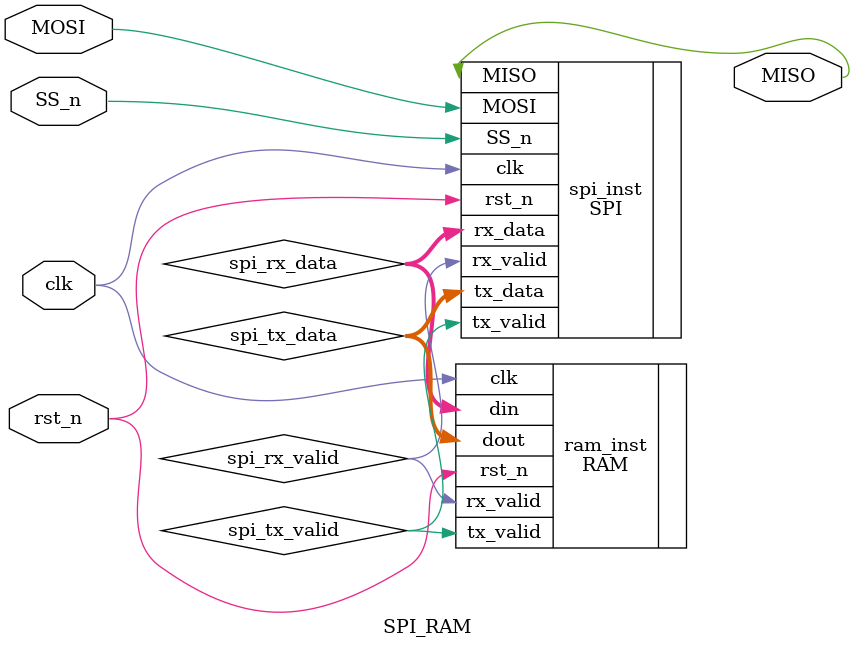
<source format=v>
module SPI_RAM (
    // SPI external interface
    input        MOSI,
    output       MISO,
    input        SS_n,
    input        clk,
    input        rst_n
);

    // Wires between SPI and RAM
    wire [9:0] spi_rx_data;
    wire       spi_rx_valid;
    wire [7:0] spi_tx_data;
    wire       spi_tx_valid;

    // Instantiate SPI slave
    SPI spi_inst (
        .tx_data  (spi_tx_data),     // from RAM dout
        .MOSI     (MOSI),
        .SS_n     (SS_n),
        .clk      (clk),
        .rst_n    (rst_n),
        .tx_valid (spi_tx_valid),    // from RAM tx_valid
        .rx_data  (spi_rx_data),
        .MISO     (MISO),
        .rx_valid (spi_rx_valid)
    );

    // Instantiate single-port RAM
    RAM ram_inst (
        .clk      (clk),
        .rst_n    (rst_n),
        .rx_valid (spi_rx_valid),    // from SPI
        .din      (spi_rx_data),     // from SPI
        .dout     (spi_tx_data),     // to SPI
        .tx_valid (spi_tx_valid)     // to SPI
    );

endmodule

</source>
